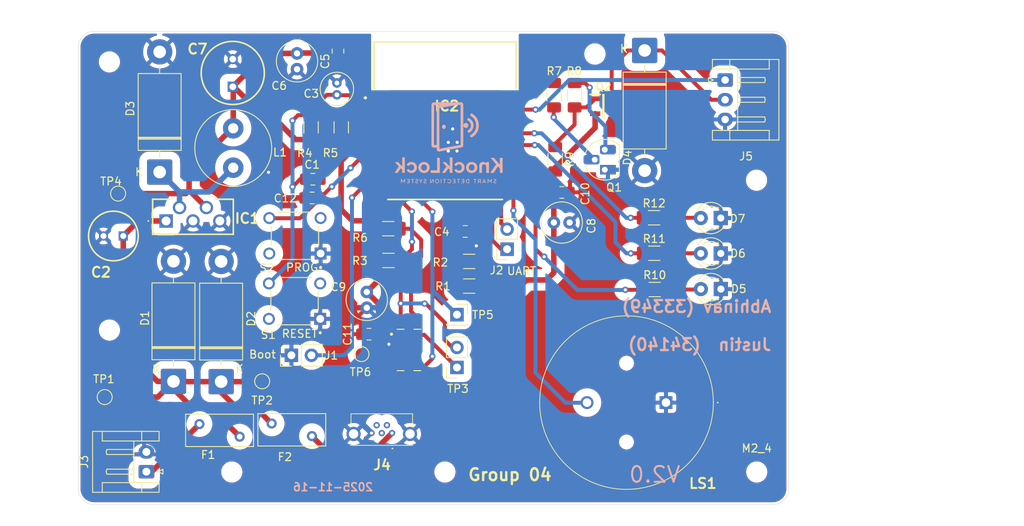
<source format=kicad_pcb>
(kicad_pcb (version 20241229) (generator "pcbnew") (generator_version "9.0")
  (title_block (title "KnockLock") (date "2025-11-16") (rev "V2.0") (company "HSRW") (comment 1 "Group 04") (comment 2 "Justin Julius Chin Cheong - 34140") (comment 3 "Abhinav Kothari - 33349"))
  (layers (0 "F.Cu" signal) (2 "B.Cu" signal) (13 "F.Paste" user) (15 "B.Paste" user) (5 "F.SilkS" user "F.Silkscreen") (7 "B.SilkS" user "B.Silkscreen") (1 "F.Mask" user) (3 "B.Mask" user) (25 "Edge.Cuts" user))
  (net 0 "")
  (net 1 "+5V")
  (net 2 "GND")
  (net 3 "+3.3V")
  (net 4 "BAT_V")
  (net 5 "MRESET")
  (net 6 "Net-(D3-K)")
  (net 7 "Net-(D4-K)")
  (net 8 "Net-(D5-A)")
  (net 9 "Net-(D6-A)")
  (net 10 "Net-(D7-A)")
  (net 11 "SDA")
  (net 12 "YLED")
  (net 13 "SERVO")
  (net 14 "RX")
  (net 15 "SCL")
  (net 16 "WAKE_INT")
  (net 17 "GLED")
  (net 18 "RLED")
  (net 19 "CONTROL")
  (net 20 "BUZZ")
  (net 21 "PROG")
  (net 23 "TX")
  (net 24 "BOOT")
  (net 32 "Net-(F2-Pad1)")
  (net 34 "Net-(Q1-B)")
  (net 35 "Net-(Q1-C)")
  (net 36 "Net-(Q2-G)")
  (net 40 "Net-(J3-Pin_1)")
  (footprint "SamacSys_Parts:CAPPRD350W65D800H1300" (layer "F.Cu") (at 124.122016 76.150747 90)
    (property "Reference" "C7")
    (property "Value" "330uF" (hide yes))
  )
  (footprint "SamacSys_Parts:ESP32C3WROOM02N4" (layer "F.Cu") (at 151.985 83.75)
    (property "Reference" "IC2")
    (property "Value" "ESP32-C3-WROOM-02-N4" (hide yes))
  )
  (footprint "Resistor_SMD:R_1206_3216Metric_Pad1.30x1.75mm_HandSolder" (layer "F.Cu") (at 154.075 98.3)
    (property "Reference" "R2")
    (property "Value" "6.8kOhms")
  )
  (footprint "Fuse:Fuse_BelFuse_0ZRE0012FF_L8.3mm_W3.8mm" (layer "F.Cu") (at 119.9 118.925)
    (property "Reference" "F1")
    (property "Value" "Polyfuse")
  )
  (footprint "MountingHole:MountingHole_2.2mm_M2_ISO7380" (layer "F.Cu") (at 108.5 73)
    (property "Reference" "M2_1" (hide yes))
    (property "Value" "MountingHole_2.2mm_M2_ISO7380_1")
  )
  (footprint "LED_THT:LED_D3.0mm" (layer "F.Cu") (at 185.9587 101.807 180)
    (property "Reference" "D5")
    (property "Value" "R-LED")
  )
  (footprint "Capacitor_SMD:C_0805_2012Metric_Pad1.18x1.45mm_HandSolder" (layer "F.Cu") (at 137.45 71.6375 90)
    (property "Reference" "C5")
    (property "Value" "0.1uF")
  )
  (footprint "MountingHole:MountingHole_2.2mm_M2_ISO7380" (layer "F.Cu") (at 124 125)
    (property "Reference" "M2_6" (hide yes))
    (property "Value" "MountingHole_2.2mm_M2_ISO7380_6")
  )
  (footprint "Fuse:Fuse_BelFuse_0ZRE0012FF_L8.3mm_W3.8mm" (layer "F.Cu") (at 134.15 120.45 180)
    (property "Reference" "F2")
    (property "Value" "Polyfuse")
  )
  (footprint "Diode_THT:D_DO-201AD_P15.24mm_Horizontal" (layer "F.Cu") (at 116.61 113.515 90)
    (property "Reference" "D1")
    (property "Value" "1N5908")
  )
  (footprint "SamacSys_Parts:SOT95P237X112-3N" (layer "F.Cu") (at 171.075 78.625)
    (property "Reference" "Q2")
    (property "Value" "IRLML6402TRPBF" (hide yes))
  )
  (footprint "TS02-66-60-BK-260-LCR-D:SW_TS02-66-60-BK-260-LCR-D" (layer "F.Cu") (at 132 95.05 180)
    (property "Reference" "S2")
    (property "Value" "Programming Button")
  )
  (footprint "MountingHole:MountingHole_2.2mm_M2_ISO7380" (layer "F.Cu") (at 190.5 125)
    (property "Reference" "M2_4")
    (property "Value" "MountingHole_2.2mm_M2_ISO7380_4")
  )
  (footprint "Resistor_SMD:R_1206_3216Metric_Pad1.30x1.75mm_HandSolder" (layer "F.Cu") (at 167.425 77.225 -90)
    (property "Reference" "R8")
    (property "Value" "100 Ohms" (hide yes))
  )
  (footprint "TestPoint:TestPoint_Pad_D1.5mm" (layer "F.Cu") (at 127.85 113.5)
    (property "Reference" "TP2")
    (property "Value" "TP_Ext")
  )
  (footprint "SamacSys_Parts:PKM22EPPH4001B0" (layer "F.Cu") (at 179 116.2 180)
    (property "Reference" "LS1")
    (property "Value" "PKM22EPPH4001-B0" (hide yes))
  )
  (footprint "Connector_PinSocket_2.54mm:PinSocket_1x01_P2.54mm_Vertical" (layer "F.Cu") (at 152.525 105.05)
    (property "Reference" "TP5")
    (property "Value" "TP_IMUINT")
  )
  (footprint "LED_THT:LED_D3.0mm" (layer "F.Cu") (at 185.9444 97.2878 180)
    (property "Reference" "D6")
    (property "Value" "Y-LED")
  )
  (footprint "Resistor_SMD:R_1206_3216Metric_Pad1.30x1.75mm_HandSolder" (layer "F.Cu") (at 143.825 94.15)
    (property "Reference" "R6")
    (property "Value" "4k7Ohms")
  )
  (footprint "Diode_THT:D_DO-201AD_P15.24mm_Horizontal" (layer "F.Cu") (at 122.65 113.545 90)
    (property "Reference" "D2")
    (property "Value" "1N5908")
  )
  (footprint "Diode_THT:D_DO-201AD_P15.24mm_Horizontal" (layer "F.Cu") (at 114.862016 86.970747 90)
    (property "Reference" "D3")
    (property "Value" "1N5822")
  )
  (footprint "Connector_PinSocket_2.54mm:PinSocket_1x02_P2.54mm_Vertical" (layer "F.Cu") (at 158.875 96.75 180)
    (property "Reference" "J2")
    (property "Value" "UART")
  )
  (footprint "Connector_JST:JST_EH_S3B-EH_1x03_P2.50mm_Horizontal" (layer "F.Cu") (at 186.4925 75.3 -90)
    (property "Reference" "J5")
    (property "Value" "TBP04R12-500-03BE")
  )
  (footprint "MountingHole:MountingHole_2.2mm_M2_ISO7380" (layer "F.Cu") (at 170 72)
    (property "Reference" "M2_2" (hide yes))
    (property "Value" "MountingHole_2.2mm_M2_ISO7380_2")
  )
  (footprint "Diode_THT:D_DO-201AD_P15.24mm_Horizontal" (layer "F.Cu") (at 176.3 71.55 -90)
    (property "Reference" "D4")
    (property "Value" "1N5822")
  )
  (footprint "ADXL345BCCZ-RL7:PQFN80P500X300X100-14N" (layer "F.Cu") (at 146.44 109.525)
    (property "Reference" "U1" (hide yes))
    (property "Value" "ADXL345BCCZ-RL7")
  )
  (footprint "Resistor_SMD:R_1206_3216Metric_Pad1.30x1.75mm_HandSolder" (layer "F.Cu") (at 177.497884 92.764053)
    (property "Reference" "R12")
    (property "Value" "27 Ohms")
  )
  (footprint "Capacitor_SMD:C_0805_2012Metric_Pad1.18x1.45mm_HandSolder" (layer "F.Cu") (at 165.8075 89.545 180)
    (property "Reference" "C10")
    (property "Value" "0.1uF")
  )
  (footprint "Resistor_SMD:R_1206_3216Metric_Pad1.30x1.75mm_HandSolder" (layer "F.Cu") (at 164.97 85.345 -90)
    (property "Reference" "R9")
    (property "Value" "100kOhms" (hide yes))
  )
  (footprint "SamacSys_Parts:USB3145301A" (layer "F.Cu") (at 143 119.845 180)
    (property "Reference" "J4")
    (property "Value" "Micro USB" (hide yes))
  )
  (footprint "LED_THT:LED_D3.0mm" (layer "F.Cu") (at 185.945 92.8 180)
    (property "Reference" "D7")
    (property "Value" "G-LED")
  )
  (footprint "Inductor_THT:L_Radial_D9.5mm_P5.00mm_Fastron_07HVP" (layer "F.Cu") (at 124.182016 86.420747 90)
    (property "Reference" "L1")
    (property "Value" "330uH")
  )
  (footprint "SamacSys_Parts:CAPPRD250W55D630H1220" (layer "F.Cu") (at 110.25 95.075 180)
    (property "Reference" "C2")
    (property "Value" "100uF")
  )
  (footprint "TestPoint:TestPoint_Pad_D1.5mm" (layer "F.Cu") (at 107.9 115.5 180)
    (property "Reference" "TP1")
    (property "Value" "TP_Bat")
  )
  (footprint "Resistor_SMD:R_1206_3216Metric_Pad1.30x1.75mm_HandSolder" (layer "F.Cu") (at 164.825 77.225 -90)
    (property "Reference" "R7")
    (property "Value" "10kOhms" (hide yes))
  )
  (footprint "Capacitor_THT:C_Radial_D4.0mm_H7.0mm_P1.50mm" (layer "F.Cu") (at 137.315 77.175 90)
    (property "Reference" "C3")
    (property "Value" "1uF")
  )
  (footprint "Resistor_SMD:R_1206_3216Metric_Pad1.30x1.75mm_HandSolder" (layer "F.Cu") (at 134.04 81.3 -90)
    (property "Reference" "R4")
    (property "Value" "10kOhms")
  )
  (footprint "Resistor_SMD:R_1206_3216Metric_Pad1.30x1.75mm_HandSolder" (layer "F.Cu") (at 177.522884 97.264053)
    (property "Reference" "R11")
    (property "Value" "27 Ohms")
  )
  (footprint "Resistor_SMD:R_1206_3216Metric_Pad1.30x1.75mm_HandSolder" (layer "F.Cu") (at 143.85 98.175)
    (property "Reference" "R3")
    (property "Value" "4k7Ohms")
  )
  (footprint "Capacitor_THT:C_Radial_D5.0mm_H11.0mm_P2.00mm" (layer "F.Cu") (at 166.795 93.37 180)
    (property "Reference" "C8")
    (property "Value" "10uF")
  )
  (footprint "Connector_PinHeader_2.54mm:PinHeader_1x02_P2.54mm_Vertical" (layer "F.Cu") (at 131.55 110.2 90)
    (property "Reference" "J1")
    (property "Value" "Boot Pins")
  )
  (footprint "Connector_PinSocket_2.54mm:PinSocket_1x02_P2.54mm_Vertical" (layer "F.Cu") (at 152.525 111.75 180)
    (property "Reference" "TP3")
    (property "Value" "TP_I2C")
  )
  (footprint "Package_TO_SOT_THT:TO-92_HandSolder" (layer "F.Cu") (at 171.245 86.67 90)
    (property "Reference" "Q1")
    (property "Value" "BC547B")
  )
  (footprint "Connector_JST:JST_EH_S2B-EH_1x02_P2.50mm_Horizontal" (layer "F.Cu") (at 113.18 124.96 90)
    (property "Reference" "J3")
    (property "Value" "Battery Port")
  )
  (footprint "Resistor_SMD:R_1206_3216Metric_Pad1.30x1.75mm_HandSolder" (layer "F.Cu") (at 154.075 101.425 180)
    (property "Reference" "R1")
    (property "Value" "10kOhms")
  )
  (footprint "MountingHole:MountingHole_2.2mm_M2_ISO7380" (layer "F.Cu") (at 108.5 107)
    (property "Reference" "M2_7" (hide yes))
    (property "Value" "MountingHole_2.2mm_M2_ISO7380_7")
  )
  (footprint "TestPoint:TestPoint_Pad_D1.5mm" (layer "F.Cu") (at 109.6 89.7)
    (property "Reference" "TP4")
    (property "Value" "TP_3.3V")
  )
  (footprint "Capacitor_SMD:C_0805_2012Metric_Pad1.18x1.45mm_HandSolder" (layer "F.Cu") (at 134.175 90.25)
    (property "Reference" "C12")
    (property "Value" "0.1uF")
  )
  (footprint "SamacSys_Parts:LM257533WT" (layer "F.Cu") (at 115.678016 93.170747)
    (property "Reference" "IC1")
    (property "Value" "LM2575-3.3WT" (hide yes))
  )
  (footprint "Capacitor_THT:C_Radial_D5.0mm_H11.0mm_P2.00mm" (layer "F.Cu") (at 132.265 73.925 90)
    (property "Reference" "C6")
    (property "Value" "10uF")
  )
  (footprint "MountingHole:MountingHole_2.2mm_M2_ISO7380" (layer "F.Cu") (at 190.475 88)
    (property "Reference" "M2_3" (hide yes))
    (property "Value" "MountingHole_2.2mm_M2_ISO7380_3")
  )
  (footprint "MountingHole:MountingHole_2.2mm_M2_ISO7380" (layer "F.Cu") (at 151 125)
    (property "Reference" "M2_5" (hide yes))
    (property "Value" "MountingHole_2.2mm_M2_ISO7380_5")
  )
  (footprint "Capacitor_THT:C_Radial_D5.0mm_H11.0mm_P2.00mm" (layer "F.Cu") (at 141.1 104.175 90)
    (property "Reference" "C9")
    (property "Value" "10uF")
  )
  (footprint "Capacitor_SMD:C_0805_2012Metric_Pad1.18x1.45mm_HandSolder" (layer "F.Cu") (at 153.575 94.5)
    (property "Reference" "C4")
    (property "Value" "0.1uF")
  )
  (footprint "Capacitor_SMD:C_0805_2012Metric_Pad1.18x1.45mm_HandSolder" (layer "F.Cu") (at 141.375 107.525)
    (property "Reference" "C11")
    (property "Value" "0.1uF")
  )
  (footprint "Capacitor_SMD:C_0805_2012Metric_Pad1.18x1.45mm_HandSolder" (layer "F.Cu") (at 134.265 87.875 180)
    (property "Reference" "C1")
    (property "Value" "0.1uF")
  )
  (footprint "TS02-66-60-BK-260-LCR-D:SW_TS02-66-60-BK-260-LCR-D" (layer "F.Cu") (at 131.95 103.3375 180)
    (property "Reference" "S1")
    (property "Value" "Reset Button")
  )
  (footprint "Resistor_SMD:R_1206_3216Metric_Pad1.30x1.75mm_HandSolder" (layer "F.Cu") (at 177.572884 101.864053)
    (property "Reference" "R10")
    (property "Value" "27 Ohms")
  )
  (footprint "Resistor_SMD:R_1206_3216Metric_Pad1.30x1.75mm_HandSolder" (layer "F.Cu") (at 137.865 81.3 90)
    (property "Reference" "R5")
    (property "Value" "10kOhms")
  )
  (footprint "TestPoint:TestPoint_Pad_D1.5mm" (layer "F.Cu") (at 140.425 110.05)
    (property "Reference" "TP6")
    (property "Value" "TP_IMUV" (hide yes))
  )
  (footprint "Logo:KnockLock_Logo_small" (layer "B.Cu") (at 151.5 84 180)
    (property "Reference" "G***" (hide yes))
    (property "Value" "LOGO" (hide yes))
  )
  (gr_line (start 192.541716 129.125147) (end 106.541716 129.125147) (stroke (width 0.05)) (layer "Edge.Cuts"))
  (gr_arc (start 192.541716 69.125147) (mid 193.95593 69.710933) (end 194.541716 71.125147) (stroke (width 0.05)) (layer "Edge.Cuts"))
  (gr_line (start 106.541716 69.125147) (end 192.541716 69.125147) (stroke (width 0.05)) (layer "Edge.Cuts"))
  (gr_arc (start 104.541716 71.125147) (mid 105.127502 69.710933) (end 106.541716 69.125147) (stroke (width 0.05)) (layer "Edge.Cuts"))
  (gr_arc (start 106.541716 129.125147) (mid 105.127502 128.539361) (end 104.541716 127.125147) (stroke (width 0.05)) (layer "Edge.Cuts"))
  (gr_line (start 104.541716 127.125147) (end 104.541716 71.125147) (stroke (width 0.05)) (layer "Edge.Cuts"))
  (gr_line (start 194.541716 71.125147) (end 194.541716 127.125147) (stroke (width 0.05)) (layer "Edge.Cuts"))
  (gr_arc (start 194.541716 127.125147) (mid 193.95593 128.539361) (end 192.541716 129.125147) (stroke (width 0.05)) (layer "Edge.Cuts"))
  (gr_text "Boot" (at 126.1 110.675 0) (layer "F.SilkS") (effects (font (size 1 1)) (justify left bottom)))
  (gr_text "UART" (at 158.775 100.1 0) (layer "F.SilkS") (effects (font (size 1 1)) (justify left bottom)))
  (gr_text "PROG" (at 130.775 99.65 0) (layer "F.SilkS") (effects (font (size 1 1)) (justify left bottom)))
  (gr_text "RESET" (at 130.25 108.05 0) (layer "F.SilkS") (effects (font (size 1 1)) (justify left bottom)))
  (gr_text "${COMMENT1}" (at 153.785 126.225 0) (layer "F.SilkS") (effects (font (size 1.5 1.5) (thickness 0.3) (bold yes)) (justify left bottom)))
  (gr_text "${PROJECTNAME} ${REVISION}\n" (at 182.5 126.5 0) (layer "B.SilkS") (effects (font (size 2 2) (thickness 0.25)) (justify left bottom mirror)))
  (gr_text "Abhinav (33349)\n\nJustin  (34140)" (at 192.496164 109.733012 0) (layer "B.SilkS") (effects (font (size 1.5 1.5) (thickness 0.3) (bold yes)) (justify left bottom mirror)))
  (gr_text "${ISSUE_DATE}" (at 142 127.5 0) (layer "B.SilkS") (effects (font (size 1 1) (thickness 0.2) (bold yes)) (justify left bottom mirror)))
  (segment (start 119.05 116.9) (end 116.61 114.46) (width 0.7) (layer "F.Cu") (net 1))
  (segment (start 126.9 116.725) (end 124.475 116.725) (width 0.7) (layer "F.Cu") (net 1))
  (segment (start 149.8 114.675) (end 150.95 115.825) (width 0.7) (layer "F.Cu") (net 1))
  (segment (start 164.795 87.07) (end 164.97 86.895) (width 0.7) (layer "F.Cu") (net 1))
  (segment (start 124.475 116.725) (end 122.65 114.9) (width 0.7) (layer "F.Cu") (net 1))
  (segment (start 114.59 113.515) (end 112 110.925) (width 0.7) (layer "F.Cu") (net 1))
  (segment (start 122.65 114.9) (end 122.65 113.545) (width 0.7) (layer "F.Cu") (net 1))
  (segment (start 122.65 113.545) (end 127.805 113.545) (width 0.7) (layer "F.Cu") (net 1))
  (segment (start 150.95 115.825) (end 155.15 115.825) (width 0.7) (layer "F.Cu") (net 1))
  (segment (start 164.97 86.895) (end 164.97 86.405) (width 0.7) (layer "F.Cu") (net 1))
  (segment (start 127.85 113.5) (end 129.025 114.675) (width 0.7) (layer "F.Cu") (net 1))
  (segment (start 161.35 100.65) (end 155.625 106.375) (width 0.7) (layer "F.Cu") (net 1))
  (segment (start 116.61 114.46) (end 116.61 113.515) (width 0.7) (layer "F.Cu") (net 1))
  (segment (start 155.15 115.825) (end 155.625 115.35) (width 0.7) (layer "F.Cu") (net 1))
  (segment (start 164.845 93.42) (end 164.795 93.37) (width 0.7) (layer "F.Cu") (net 1))
  (segment (start 112 102) (end 110.25 100.25) (width 0.7) (layer "F.Cu") (net 1))
  (segment (start 155.625 106.375) (end 155.625 101.425) (width 0.7) (layer "F.Cu") (net 1))
  (segment (start 163.875 100.65) (end 161.35 100.65) (width 0.7) (layer "F.Cu") (net 1))
  (segment (start 129.025 118.85) (end 126.9 116.725) (width 0.7) (layer "F.Cu") (net 1))
  (segment (start 112 110.925) (end 112 102) (width 0.7) (layer "F.Cu") (net 1))
  (segment (start 129.05 118.85) (end 129.025 118.85) (width 0.7) (layer "F.Cu") (net 1))
  (segment (start 114.625 115.5) (end 116.61 113.515) (width 0.7) (layer "F.Cu") (net 1))
  (segment (start 110.25 100.25) (end 110.25 95.075) (width 0.7) (layer "F.Cu") (net 1))
  (segment (start 116.61 113.515) (end 114.59 113.515) (width 0.7) (layer "F.Cu") (net 1))
  (segment (start 164.97 86.405) (end 170.025 81.35) (width 0.7) (layer "F.Cu") (net 1))
  (segment (start 155.625 115.35) (end 155.625 106.375) (width 0.7) (layer "F.Cu") (net 1))
  (segment (start 164.795 99.73) (end 163.875 100.65) (width 0.7) (layer "F.Cu") (net 1))
  (segment (start 122.65 113.545) (end 116.64 113.545) (width 0.7) (layer "F.Cu") (net 1))
  (segment (start 110.25 95.075) (end 112.154253 93.170747) (width 0.7) (layer "F.Cu") (net 1))
  (segment (start 125 120.525) (end 121.375 116.9) (width 0.7) (layer "F.Cu") (net 1))
  (segment (start 110.172716 95.152284) (end 110.25 95.075) (width 0.7) (layer "F.Cu") (net 1))
  (segment (start 164.795 93.37) (end 164.795 99.73) (width 0.7) (layer "F.Cu") (net 1))
  (segment (start 164.795 93.37) (end 164.795 87.07) (width 0.7) (layer "F.Cu") (net 1))
  (segment (start 112.154253 93.170747) (end 115.678016 93.170747) (width 0.7) (layer "F.Cu") (net 1))
  (segment (start 127.805 113.545) (end 127.85 113.5) (width 0.7) (layer "F.Cu") (net 1))
  (segment (start 129.025 114.675) (end 149.8 114.675) (width 0.7) (layer "F.Cu") (net 1))
  (segment (start 121.375 116.9) (end 119.05 116.9) (width 0.7) (layer "F.Cu") (net 1))
  (segment (start 170.025 81.35) (end 170.025 79.575) (width 0.7) (layer "F.Cu") (net 1))
  (segment (start 122.65 113.545) (end 122.65 113.8173) (width 0.7) (layer "F.Cu") (net 1))
  (segment (start 107.9 115.5) (end 114.625 115.5) (width 0.7) (layer "F.Cu") (net 1))
  (segment (start 115.432269 92.925) (end 115.678016 93.170747) (width 0.7) (layer "F.Cu") (net 1))
  (segment (start 144.375 108.325) (end 145.43 108.325) (width 0.5) (layer "F.Cu") (net 2))
  (segment (start 152.535 84.3) (end 153.085 84.85) (width 0.5) (layer "F.Cu") (net 2))
  (segment (start 145.43 109.925) (end 144.663 109.925) (width 0.5) (layer "F.Cu") (net 2))
  (segment (start 152.585 82.15) (end 151.985 82.15) (width 0.5) (layer "F.Cu") (net 2))
  (segment (start 151.985 82.15) (end 151.985 81.51) (width 0.5) (layer "F.Cu") (net 2))
  (segment (start 152.55 83.2) (end 152.6 83.25) (width 0.5) (layer "F.Cu") (net 2))
  (segment (start 150.885 83.75) (end 151.425 83.21) (width 0.5) (layer "F.Cu") (net 2))
  (segment (start 152.525 84.29) (end 152.525 84.3) (width 0.5) (layer "F.Cu") (net 2))
  (segment (start 150.885 82.65) (end 150.885 82.59) (width 0.5) (layer "F.Cu") (net 2))
  (segment (start 151.425 83.2) (end 151.435 83.2) (width 0.5) (layer "F.Cu") (net 2))
  (segment (start 151.975 81.5) (end 151.975 81.54) (width 0.5) (layer "F.Cu") (net 2))
  (segment (start 152.6 83.265) (end 153.085 83.75) (width 0.5) (layer "F.Cu") (net 2))
  (segment (start 150.885 83.75) (end 153.085 83.75) (width 0.5) (layer "F.Cu") (net 2))
  (segment (start 151.975 81.54) (end 153.085 82.65) (width 0.5) (layer "F.Cu") (net 2))
  (segment (start 152.6 83.25) (end 152.6 83.265) (width 0.5) (layer "F.Cu") (net 2))
  (segment (start 151.425 84.3) (end 151.41 84.315) (width 0.5) (layer "F.Cu") (net 2))
  (segment (start 141.1 104.175) (end 139.35 104.175) (width 0.7) (layer "F.Cu") (net 2))
  (segment (start 153.085 82.65) (end 152.585 82.15) (width 0.5) (layer "F.Cu") (net 2))
  (segment (start 144.663 109.925) (end 143.9 109.162) (width 0.5) (layer "F.Cu") (net 2))
  (segment (start 150.885 84.85) (end 150.885 82.65) (width 0.5) (layer "F.Cu") (net 2))
  (segment (start 147.45 108.325) (end 147.399 108.376) (width 0.5) (layer "F.Cu") (net 2))
  (segment (start 150.885 82.59) (end 151.975 81.5) (width 0.5) (layer "F.Cu") (net 2))
  (segment (start 151.425 83.21) (end 151.425 83.2) (width 0.5) (layer "F.Cu") (net 2))
  (segment (start 133.1375 90.25) (end 130.675 90.25) (width 0.7) (layer "F.Cu") (net 2))
  (segment (start 151.985 81.51) (end 151.975 81.5) (width 0.5) (layer "F.Cu") (net 2))
  (segment (start 147.399 108.376) (end 145.481 108.376) (width 0.5) (layer "F.Cu") (net 2))
  (segment (start 151.985 82.65) (end 151.985 84.85) (width 0.5) (layer "F.Cu") (net 2))
  (segment (start 153.085 82.65) (end 153.085 84.85) (width 0.5) (layer "F.Cu") (net 2))
  (segment (start 141.7 120.065) (end 140.025 118.39) (width 0.7) (layer "F.Cu") (net 2))
  (segment (start 151.485 82.65) (end 151.985 82.15) (width 0.5) (layer "F.Cu") (net 2))
  (segment (start 135.3025 87.875) (end 135.3025 86.475) (width 0.7) (layer "F.Cu") (net 2))
  (segment (start 150.885 82.65) (end 152.525 84.29) (width 0.5) (layer "F.Cu") (net 2))
  (segment (start 151.435 84.3) (end 153.085 82.65) (width 0.5) (layer "F.Cu") (net 2))
  (segment (start 153.085 83.75) (end 151.985 84.85) (width 0.5) (layer "F.Cu") (net 2))
  (segment (start 143.9 109.162) (end 143.9 108.8) (width 0.5) (layer "F.Cu") (net 2))
  (segment (start 140.025 118.39) (end 140.025 118.275) (width 0.7) (layer "F.Cu") (net 2))
  (segment (start 151.41 84.315) (end 151.41 84.325) (width 0.5) (layer "F.Cu") (net 2))
  (segment (start 151.985 84.85) (end 150.885 83.75) (width 0.5) (layer "F.Cu") (net 2))
  (segment (start 145.43 110.725) (end 145.43 109.925) (width 0.5) (layer "F.Cu") (net 2))
  (segment (start 143.9 108.8) (end 144.375 108.325) (width 0.5) (layer "F.Cu") (net 2))
  (segment (start 152.515 83.165) (end 152.5 83.165) (width 0.5) (layer "F.Cu") (net 2))
  (segment (start 152.5 83.165) (end 151.985 82.65) (width 0.5) (layer "F.Cu") (net 2))
  (segment (start 152.55 83.2) (end 152.515 83.165) (width 0.5) (layer "F.Cu") (net 2))
  (segment (start 151.985 82.65) (end 151.985 82.15) (width 0.5) (layer "F.Cu") (net 2))
  (segment (start 151.435 83.2) (end 151.985 82.65) (width 0.5) (layer "F.Cu") (net 2))
  (segment (start 145.481 108.376) (end 145.43 108.325) (width 0.5) (layer "F.Cu") (net 2))
  (segment (start 152.525 84.3) (end 152.535 84.3) (width 0.5) (layer "F.Cu") (net 2))
  (segment (start 176.184016 87.193647) (end 176.184016 86.340984) (width 0.5) (layer "F.Cu") (net 2))
  (segment (start 151.425 84.3) (end 151.435 84.3) (width 0.5) (layer "F.Cu") (net 2))
  (segment (start 150.885 82.65) (end 151.485 82.65) (width 0.5) (layer "F.Cu") (net 2))
  (segment (start 150.885 82.65) (end 153.085 82.65) (width 0.5) (layer "F.Cu") (net 2))
  (segment (start 153.085 84.85) (end 150.885 84.85) (width 0.5) (layer "F.Cu") (net 2))
  (segment (start 151.41 84.325) (end 150.885 84.85) (width 0.5) (layer "F.Cu") (net 2))
  (via (at 151.425 84.3) (size 0.8) (drill 0.4) (layers "F.Cu" "B.Cu") (net 2))
  (via (at 151.975 81.5) (size 0.8) (drill 0.4) (layers "F.Cu" "B.Cu") (net 2))
  (via (at 151.425 83.2) (size 0.8) (drill 0.4) (layers "F.Cu" "B.Cu") (net 2))
  (via (at 154.975 96.325) (size 0.8) (drill 0.4) (layers "F.Cu" "B.Cu") (net 2))
  (via (at 152.55 83.2) (size 0.8) (drill 0.4) (layers "F.Cu" "B.Cu") (net 2))
  (via (at 143.9 108.8) (size 0.8) (drill 0.4) (layers "F.Cu" "B.Cu") (net 2))
  (via (at 128.65 87) (size 0.8) (drill 0.4) (layers "F.Cu" "B.Cu") (net 2))
  (via (at 152.525 84.3) (size 0.8) (drill 0.4) (layers "F.Cu" "B.Cu") (net 2))
  (segment (start 140.35 118.715) (end 140.35 118.675) (width 0.7) (layer "B.Cu") (net 2))
  (segment (start 141.1 104.175) (end 143 104.175) (width 0.7) (layer "B.Cu") (net 2))
  (segment (start 141.7 120.065) (end 140.35 118.715) (width 0.7) (layer "B.Cu") (net 2))
  (segment (start 140.225 72.3) (end 140.225 76.325) (width 0.7) (layer "F.Cu") (net 3))
  (segment (start 139.275 93.15) (end 141.275 93.15) (width 0.7) (layer "F.Cu") (net 3))
  (segment (start 142.4185 107.519) (end 145.43 107.519) (width 0.7) (layer "F.Cu") (net 3))
  (segment (start 128.065 78.825) (end 132.09 82.85) (width 0.7) (layer "F.Cu") (net 3))
  (segment (start 128.347763 71.925) (end 132.265 71.925) (width 0.7) (layer "F.Cu") (net 3))
  (segment (start 143.894 110.956) (end 144.469 111.531) (width 0.7) (layer "F.Cu") (net 3))
  (segment (start 132.09 82.85) (end 134.04 82.85) (width 0.7) (layer "F.Cu") (net 3))
  (segment (start 136.09 70.6) (end 137.45 70.6) (width 0.7) (layer "F.Cu") (net 3))
  (segment (start 132.315 71.875) (end 134.815 71.875) (width 0.7) (layer "F.Cu") (net 3))
  (segment (start 124.182016 81.420747) (end 124.182016 76.210747) (width 0.7) (layer "F.Cu") (net 3))
  (segment (start 142.6 103.675) (end 142.6 107.3375) (width 0.7) (layer "F.Cu") (net 3))
  (segment (start 118.59 86.885) (end 118.59 89.275731) (width 0.7) (layer "F.Cu") (net 3))
  (segment (start 145.434 111.535) (end 145.43 111.531) (width 0.7) (layer "F.Cu") (net 3))
  (segment (start 142.4125 109.4745) (end 143.4065 110.4685) (width 0.7) (layer "F.Cu") (net 3))
  (segment (start 142.988 110.05) (end 143.894 110.956) (width 0.7) (layer "F.Cu") (net 3))
  (segment (start 146.44 111.535) (end 145.434 111.535) (width 0.7) (layer "F.Cu") (net 3))
  (segment (start 137.45 70.6) (end 138.525 70.6) (width 0.7) (layer "F.Cu") (net 3))
  (segment (start 124.182016 81.420747) (end 124.054253 81.420747) (width 0.7) (layer "F.Cu") (net 3))
  (segment (start 124.054253 81.420747) (end 118.59 86.885) (width 0.7) (layer "F.Cu") (net 3))
  (segment (start 142.4125 107.525) (end 142.4125 109.4745) (width 0.7) (layer "F.Cu") (net 3))
  (segment (start 141.1 102.175) (end 142.6 103.675) (width 0.7) (layer "F.Cu") (net 3))
  (segment (start 143.4065 110.4685) (end 143.894 110.956) (width 0.7) (layer "F.Cu") (net 3))
  (segment (start 141.45 77.55) (end 142.275 77.55) (width 0.7) (layer "F.Cu") (net 3))
  (segment (start 138.525 70.6) (end 140.225 72.3) (width 0.7) (layer "F.Cu") (net 3))
  (segment (start 132.265 71.925) (end 132.315 71.875) (width 0.7) (layer "F.Cu") (net 3))
  (segment (start 141.275 93.15) (end 142.275 94.15) (width 0.7) (layer "F.Cu") (net 3))
  (segment (start 140.425 110.05) (end 142.988 110.05) (width 0.7) (layer "F.Cu") (net 3))
  (segment (start 142.3 100.975) (end 141.1 102.175) (width 0.7) (layer "F.Cu") (net 3))
  (segment (start 124.122016 76.150747) (end 124.250747 76.150747) (width 0.7) (layer "F.Cu") (net 3))
  (segment (start 124.182016 76.210747) (end 124.122016 76.150747) (width 0.7) (layer "F.Cu") (net 3))
  (segment (start 144.469 111.531) (end 145.43 111.531) (width 0.7) (layer "F.Cu") (net 3))
  (segment (start 137.85 91.725) (end 139.275 93.15) (width 0.7) (layer "F.Cu") (net 3))
  (segment (start 142.4125 107.525) (end 142.4185 107.519) (width 0.7) (layer "F.Cu") (net 3))
  (segment (start 118.165731 89.7) (end 118.59 89.275731) (width 0.7) (layer "F.Cu") (net 3))
  (segment (start 142.3 98.175) (end 142.3 100.975) (width 0.7) (layer "F.Cu") (net 3))
  (segment (start 142.6 107.3375) (end 142.4125 107.525) (width 0.7) (layer "F.Cu") (net 3))
  (segment (start 142.275 98.15) (end 142.25 98.175) (width 0.7) (layer "F.Cu") (net 3))
  (segment (start 124.122016 76.150747) (end 128.347763 71.925) (width 0.7) (layer "F.Cu") (net 3))
  (segment (start 138.65 83.635) (end 138.65 84.775) (width 0.7) (layer "F.Cu") (net 3))
  (segment (start 142.275 94.15) (end 142.275 98.15) (width 0.7) (layer "F.Cu") (net 3))
  (segment (start 138.65 84.775) (end 137.85 85.575) (width 0.7) (layer "F.Cu") (net 3))
  (segment (start 124.250747 76.150747) (end 126.925 78.825) (width 0.7) (layer "F.Cu") (net 3))
  (segment (start 140.225 76.325) (end 141.45 77.55) (width 0.7) (layer "F.Cu") (net 3))
  (segment (start 118.59 89.275731) (end 120.783016 91.468747) (width 0.7) (layer "F.Cu") (net 3))
  (segment (start 137.865 82.85) (end 138.65 83.635) (width 0.7) (layer "F.Cu") (net 3))
  (segment (start 134.815 71.875) (end 136.09 70.6) (width 0.7) (layer "F.Cu") (net 3))
  (segment (start 134.04 82.85) (end 137.865 82.85) (width 0.7) (layer "F.Cu") (net 3))
  (segment (start 109.9 89.7) (end 118.165731 89.7) (width 0.7) (layer "F.Cu") (net 3))
  (segment (start 137.85 85.575) (end 137.85 91.725) (width 0.7) (layer "F.Cu") (net 3))
  (segment (start 126.925 78.825) (end 128.065 78.825) (width 0.7) (layer "F.Cu") (net 3))
  (segment (start 156.4 82.275) (end 156.4 86.3) (width 0.7) (layer "F.Cu") (net 4))
  (segment (start 152.525 90.175) (end 152.525 98.3) (width 0.7) (layer "F.Cu") (net 4))
  (segment (start 152.525 98.3) (end 152.525 101.7625) (width 0.7) (layer "F.Cu") (net 4))
  (segment (start 152.525 101.7625) (end 152.5875 101.825) (width 0.7) (layer "F.Cu") (net 4))
  (segment (start 156.4 86.3) (end 152.525 90.175) (width 0.7) (layer "F.Cu") (net 4))
  (segment (start 158.125 80.55) (end 156.4 82.275) (width 0.7) (layer "F.Cu") (net 4))
  (segment (start 159.775 80.55) (end 158.125 80.55) (width 0.7) (layer "F.Cu") (net 4))
  (segment (start 132.74 87.8) (end 133.1525 87.8) (width 0.5) (layer "F.Cu") (net 5))
  (segment (start 140.75 79.05) (end 142.275 79.05) (width 0.5) (layer "F.Cu") (net 5))
  (segment (start 136.04 77.175) (end 134.04 79.175) (width 0.5) (layer "F.Cu") (net 5))
  (segment (start 137.315 77.175) (end 136.04 77.175) (width 0.5) (layer "F.Cu") (net 5))
  (segment (start 138.925 77.225) (end 140.75 79.05) (width 0.5) (layer "F.Cu") (net 5))
  (segment (start 137.365 77.225) (end 138.925 77.225) (width 0.5) (layer "F.Cu") (net 5))
  (segment (start 131.69 88.85) (end 132.74 87.8) (width 0.5) (layer "F.Cu") (net 5))
  (segment (start 137.315 77.175) (end 137.365 77.225) (width 0.5) (layer "F.Cu") (net 5))
  (segment (start 131.69 80.45) (end 132.39 79.75) (width 0.5) (layer "F.Cu") (net 5))
  (segment (start 134.04 79.175) (end 134.04 79.75) (width 0.5) (layer "F.Cu") (net 5))
  (segment (start 133.1525 87.8) (end 133.2275 87.875) (width 0.5) (layer "F.Cu") (net 5))
  (segment (start 132.39 79.75) (end 134.04 79.75) (width 0.5) (layer "F.Cu") (net 5))
  (via (at 131.69 80.45) (size 0.8) (drill 0.4) (layers "F.Cu" "B.Cu") (net 5))
  (via (at 131.69 88.85) (size 0.8) (drill 0.4) (layers "F.Cu" "B.Cu") (net 5))
  (segment (start 131.69 98.0975) (end 128.7 101.0875) (width 0.5) (layer "B.Cu") (net 5))
  (segment (start 131.69 88.85) (end 131.69 98.0975) (width 0.5) (layer "B.Cu") (net 5))
  (segment (start 131.69 88.85) (end 131.69 80.45) (width 0.5) (layer "B.Cu") (net 5))
  (segment (start 117.380016 91.468747) (end 117.380016 89.488747) (width 0.7) (layer "B.Cu") (net 6))
  (segment (start 117.380016 89.488747) (end 114.862016 86.970747) (width 0.7) (layer "B.Cu") (net 6))
  (segment (start 114.862016 86.970747) (end 114.862016 86.997016) (width 0.7) (layer "B.Cu") (net 6))
  (segment (start 121.114016 89.488747) (end 124.182016 86.420747) (width 0.7) (layer "B.Cu") (net 6))
  (segment (start 124.182016 86.742016) (end 124.29 86.85) (width 0.7) (layer "B.Cu") (net 6))
  (segment (start 124.182016 86.420747) (end 124.182016 86.742016) (width 0.7) (layer "B.Cu") (net 6))
  (segment (start 117.380016 89.488747) (end 121.114016 89.488747) (width 0.7) (layer "B.Cu") (net 6))
  (segment (start 184.75 77.8) (end 186.4925 77.8) (width 0.5) (layer "F.Cu") (net 7))
  (segment (start 178.5 71.55) (end 184.75 77.8) (width 0.5) (layer "F.Cu") (net 7))
  (segment (start 176.3 71.55) (end 178.5 71.55) (width 0.5) (layer "F.Cu") (net 7))
  (segment (start 172.125 73.625) (end 174.125 71.625) (width 0.5) (layer "F.Cu") (net 7))
  (segment (start 174.125 71.55) (end 176.3 71.55) (width 0.5) (layer "F.Cu") (net 7))
  (segment (start 172.125 78.625) (end 172.125 73.625) (width 0.5) (layer "F.Cu") (net 7))
  (segment (start 174.125 71.625) (end 174.125 71.55) (width 0.5) (layer "F.Cu") (net 7))
  (segment (start 179.122884 101.864053) (end 183.361647 101.864053) (width 0.5) (layer "F.Cu") (net 8))
  (segment (start 183.361647 101.864053) (end 183.4187 101.807) (width 0.5) (layer "F.Cu") (net 8))
  (segment (start 183.380653 97.264053) (end 183.4044 97.2878) (width 0.5) (layer "F.Cu") (net 9))
  (segment (start 179.072884 97.264053) (end 183.380653 97.264053) (width 0.5) (layer "F.Cu") (net 9))
  (segment (start 183.369053 92.764053) (end 183.405 92.8) (width 0.5) (layer "F.Cu") (net 10))
  (segment (start 179.047884 92.764053) (end 183.369053 92.764053) (width 0.5) (layer "F.Cu") (net 10))
  (segment (start 146.7 104.625) (end 146.7 98.975) (width 0.5) (layer "F.Cu") (net 11))
  (segment (start 143.65 83.55) (end 142.275 83.55) (width 0.5) (layer "F.Cu") (net 11))
  (segment (start 144.55 84.45) (end 143.65 83.55) (width 0.5) (layer "F.Cu") (net 11))
  (segment (start 147.45 107.525) (end 147.544 107.619) (width 0.5) (layer "F.Cu") (net 11))
  (segment (start 144.55 93.325) (end 144.55 84.45) (width 0.5) (layer "F.Cu") (net 11))
  (segment (start 147.45 107.525) (end 147.45 105.375) (width 0.5) (layer "F.Cu") (net 11))
  (segment (start 147.9875 97.6875) (end 147.9875 95.5625) (width 0.5) (layer "F.Cu") (net 11))
  (segment (start 147.9875 95.5625) (end 146.575 94.15) (width 0.5) (layer "F.Cu") (net 11))
  (segment (start 147.544 107.619) (end 148.394 107.619) (width 0.5) (layer "F.Cu") (net 11))
  (segment (start 147.45 105.375) (end 146.7 104.625) (width 0.5) (layer "F.Cu") (net 11))
  (segment (start 146.7 98.975) (end 147.9875 97.6875) (width 0.5) (layer "F.Cu") (net 11))
  (segment (start 145.375 94.15) (end 144.55 93.325) (width 0.5) (layer "F.Cu") (net 11))
  (segment (start 148.394 107.619) (end 152.525 111.75) (width 0.5) (layer "F.Cu") (net 11))
  (segment (start 146.575 94.15) (end 145.375 94.15) (width 0.5) (layer "F.Cu") (net 11))
  (segment (start 175.961937 97.275) (end 175.972884 97.264053) (width 0.5) (layer "F.Cu") (net 12))
  (segment (start 174.545 97.275) (end 175.961937 97.275) (width 0.5) (layer "F.Cu") (net 12))
  (segment (start 159.775 83.55) (end 162.375 83.55) (width 0.5) (layer "F.Cu") (net 12))
  (via (at 162.375 83.55) (size 0.8) (drill 0.4) (layers "F.Cu" "B.Cu") (net 12))
  (via (at 174.545 97.275) (size 0.8) (drill 0.4) (layers "F.Cu" "B.Cu") (net 12))
  (segment (start 174 97.275) (end 174.545 97.275) (width 0.5) (layer "B.Cu") (net 12))
  (segment (start 172.6 93.3) (end 172.6 95.875) (width 0.5) (layer "B.Cu") (net 12))
  (segment (start 162.375 83.55) (end 162.85 83.55) (width 0.5) (layer "B.Cu") (net 12))
  (segment (start 172.6 95.875) (end 174 97.275) (width 0.5) (layer "B.Cu") (net 12))
  (segment (start 162.85 83.55) (end 172.6 93.3) (width 0.5) (layer "B.Cu") (net 12))
  (segment (start 163.725 75.675) (end 164.825 75.675) (width 0.5) (layer "F.Cu") (net 13))
  (segment (start 159.775 77.425) (end 159.775 77.55) (width 0.5) (layer "F.Cu") (net 13))
  (segment (start 161.85 77.55) (end 163.725 75.675) (width 0.5) (layer "F.Cu") (net 13))
  (segment (start 159.775 77.55) (end 161.85 77.55) (width 0.5) (layer "F.Cu") (net 13))
  (segment (start 159.775 77.55) (end 159.9 77.425) (width 0.5) (layer "F.Cu") (net 13))
  (segment (start 164.175 75.675) (end 164.825 75.675) (width 0.5) (layer "F.Cu") (net 13))
  (segment (start 158.125 89.198) (end 159.273 88.05) (width 0.5) (layer "F.Cu") (net 14))
  (segment (start 158.875 94.21) (end 158.125 93.46) (width 0.5) (layer "F.Cu") (net 14))
  (segment (start 159.273 88.05) (end 159.775 88.05) (width 0.5) (layer "F.Cu") (net 14))
  (segment (start 158.125 93.46) (end 158.125 89.198) (width 0.5) (layer "F.Cu") (net 14))
  (segment (start 146.825 95.8) (end 146.825 96.75) (width 0.5) (layer "F.Cu") (net 15))
  (segment (start 145.825 90.99) (end 145.825 84.225) (width 0.5) (layer "F.Cu") (net 15))
  (segment (start 146.825 96.75) (end 145.4 98.175) (width 0.5) (layer "F.Cu") (net 15))
  (segment (start 151.025 108.275) (end 151 108.25) (width 0.5) (layer "F.Cu") (net 15))
  (segment (start 151 108.25) (end 151 106.075) (width 0.5) (layer "F.Cu") (net 15))
  (segment (start 148.575 103.65) (end 148.425 103.65) (width 0.5) (layer "F.Cu") (net 15))
  (segment (start 146.44 107.515) (end 146.44 106.19) (width 0.5) (layer "F.Cu") (net 15))
  (segment (start 152.525 109.21) (end 151.935 109.21) (width 0.5) (layer "F.Cu") (net 15))
  (segment (start 145.4 98.175) (end 145.35 98.175) (width 0.5) (layer "F.Cu") (net 15))
  (segment (start 151 106.075) (end 148.575 103.65) (width 0.5) (layer "F.Cu") (net 15))
  (segment (start 143.65 82.05) (end 142.275 82.05) (width 0.5) (layer "F.Cu") (net 15))
  (segment (start 145.4 105.15) (end 145.4 103.625) (width 0.5) (layer "F.Cu") (net 15))
  (segment (start 151.935 109.21) (end 151.025 108.3) (width 0.5) (layer "F.Cu") (net 15))
  (segment (start 146.81 91.975) (end 145.825 90.99) (width 0.5) (layer "F.Cu") (net 15))
  (segment (start 145.4 103.625) (end 145.4 98.175) (width 0.5) (layer "F.Cu") (net 15))
  (segment (start 151.025 108.3) (end 151.025 108.275) (width 0.5) (layer "F.Cu") (net 15))
  (segment (start 146.44 106.19) (end 145.4 105.15) (width 0.5) (layer "F.Cu") (net 15))
  (segment (start 145.825 84.225) (end 143.65 82.05) (width 0.5) (layer "F.Cu") (net 15))
  (segment (start 148.425 103.65) (end 148.49 103.65) (width 0.5) (layer "F.Cu") (net 15))
  (via (at 146.825 95.8) (size 0.8) (drill 0.4) (layers "F.Cu" "B.Cu") (net 15))
  (via (at 145.4 103.625) (size 0.8) (drill 0.4) (layers "F.Cu" "B.Cu") (net 15))
  (via (at 148.425 103.65) (size 0.8) (drill 0.4) (layers "F.Cu" "B.Cu") (net 15))
  (via (at 146.81 91.975) (size 0.8) (drill 0.4) (layers "F.Cu" "B.Cu") (net 15))
  (segment (start 148.4 103.625) (end 148.425 103.65) (width 0.5) (layer "B.Cu") (net 15))
  (segment (start 145.4 103.625) (end 148.4 103.625) (width 0.5) (layer "B.Cu") (net 15))
  (segment (start 146.825 95.8) (end 146.825 91.99) (width 0.5) (layer "B.Cu") (net 15))
  (segment (start 146.825 91.99) (end 146.81 91.975) (width 0.5) (layer "B.Cu") (net 15))
  (segment (start 143.635 80.55) (end 147.075 83.99) (width 0.5) (layer "F.Cu") (net 16))
  (segment (start 142.275 80.55) (end 143.635 80.55) (width 0.5) (layer "F.Cu") (net 16))
  (segment (start 149.41 110.615) (end 149.41 110.335) (width 0.5) (layer "F.Cu") (net 16))
  (segment (start 147.075 83.99) (end 147.075 89.665) (width 0.5) (layer "F.Cu") (net 16))
  (segment (start 147.075 89.665) (end 149.41 92) (width 0.5) (layer "F.Cu") (net 16))
  (segment (start 148.5 111.525) (end 149.41 110.615) (width 0.5) (layer "F.Cu") (net 16))
  (segment (start 148.5 111.525) (end 147.45 111.525) (width 0.5) (layer "F.Cu") (net 16))
  (segment (start 149.41 110.335) (end 149.41 110.035) (width 0.5) (layer "F.Cu") (net 16))
  (via (at 149.41 92) (size 0.8) (drill 0.4) (layers "F.Cu" "B.Cu") (net 16))
  (via (at 149.41 110.335) (size 0.8) (drill 0.4) (layers "F.Cu" "B.Cu") (net 16))
  (segment (start 149.41 110.335) (end 149.41 99.575) (width 0.5) (layer "B.Cu") (net 16))
  (segment (start 149.41 101.935) (end 149.41 92) (width 0.5) (layer "B.Cu") (net 16))
  (segment (start 152.525 105.05) (end 149.41 101.935) (width 0.5) (layer "B.Cu") (net 16))
  (segment (start 174.530947 92.764053) (end 174.52 92.775) (width 0.5) (layer "F.Cu") (net 17))
  (segment (start 159.775 82.05) (end 162.325 82.05) (width 0.5) (layer "F.Cu") (net 17))
  (segment (start 175.947884 92.764053) (end 174.530947 92.764053) (width 0.5) (layer "F.Cu") (net 17))
  (via (at 162.325 82.05) (size 0.8) (drill 0.4) (layers "F.Cu" "B.Cu") (net 17))
  (via (at 174.52 92.775) (size 0.8) (drill 0.4) (layers "F.Cu" "B.Cu") (net 17))
  (segment (start 173.975 92.775) (end 174.52 92.775) (width 0.5) (layer "B.Cu") (net 17))
  (segment (start 162.325 82.05) (end 163.25 82.05) (width 0.5) (layer "B.Cu") (net 17))
  (segment (start 163.25 82.05) (end 173.975 92.775) (width 0.5) (layer "B.Cu") (net 17))
  (segment (start 173.85 101.9) (end 175.986937 101.9) (width 0.5) (layer "F.Cu") (net 18))
  (segment (start 163.575 97.7) (end 163.45 97.7) (width 0.5) (layer "F.Cu") (net 18))
  (segment (start 160.975 85.05) (end 159.775 85.05) (width 0.5) (layer "F.Cu") (net 18))
  (segment (start 175.986937 101.9) (end 176.022884 101.864053) (width 0.5) (layer "F.Cu") (net 18))
  (segment (start 163.45 97.7) (end 162.475 96.725) (width 0.5) (layer "F.Cu") (net 18))
  (segment (start 162.475 86.55) (end 160.975 85.05) (width 0.5) (layer "F.Cu") (net 18))
  (segment (start 162.475 96.725) (end 162.475 86.55) (width 0.5) (layer "F.Cu") (net 18))
  (via (at 173.85 101.9) (size 0.8) (drill 0.4) (layers "F.Cu" "B.Cu") (net 18))
  (via (at 163.575 97.7) (size 0.8) (drill 0.4) (layers "F.Cu" "B.Cu") (net 18))
  (segment (start 167.775 101.925) (end 163.575 97.725) (width 0.5) (layer "B.Cu") (net 18))
  (segment (start 173.85 101.9) (end 173.825 101.925) (width 0.5) (layer "B.Cu") (net 18))
  (segment (start 163.575 97.725) (end 163.575 97.7) (width 0.5) (layer "B.Cu") (net 18))
  (segment (start 173.825 101.925) (end 167.775 101.925) (width 0.5) (layer "B.Cu") (net 18))
  (segment (start 159.775 79.05) (end 162.475 79.05) (width 0.5) (layer "F.Cu") (net 19))
  (via (at 162.475 79.05) (size 0.8) (drill 0.4) (layers "F.Cu" "B.Cu") (net 19))
  (segment (start 162.475 79.05) (end 162.975 79.05) (width 0.5) (layer "B.Cu") (net 19))
  (segment (start 162.975 79.05) (end 166.725 75.3) (width 0.5) (layer "B.Cu") (net 19))
  (segment (start 166.725 75.3) (end 186.4925 75.3) (width 0.5) (layer "B.Cu") (net 19))
  (segment (start 159.675 91.85) (end 159.675 89.325) (width 0.5) (layer "F.Cu") (net 20))
  (via (at 159.675 91.85) (size 0.8) (drill 0.4) (layers "F.Cu" "B.Cu") (net 20))
  (segment (start 169 116.2) (end 168.975 116.225) (width 0.5) (layer "B.Cu") (net 20))
  (segment (start 162.475 95.525) (end 159.675 92.725) (width 0.5) (layer "B.Cu") (net 20))
  (segment (start 168.975 116.225) (end 166.275 116.225) (width 0.5) (layer "B.Cu") (net 20))
  (segment (start 166.275 116.225) (end 162.475 112.425) (width 0.5) (layer "B.Cu") (net 20))
  (segment (start 159.675 92.725) (end 159.675 91.85) (width 0.5) (layer "B.Cu") (net 20))
  (segment (start 162.475 112.425) (end 162.475 95.525) (width 0.5) (layer "B.Cu") (net 20))
  (segment (start 136.6375 88.825) (end 135.2125 90.25) (width 0.5) (layer "F.Cu") (net 21))
  (segment (start 140.175 85.375) (end 141.35 86.55) (width 0.5) (layer "F.Cu") (net 21))
  (segment (start 137.865 79.75) (end 139.275 79.75) (width 0.5) (layer "F.Cu") (net 21))
  (segment (start 141.175 85.05) (end 140.175 84.05) (width 0.5) (layer "F.Cu") (net 21))
  (segment (start 135.2125 90.25) (end 132.6375 92.825) (width 0.5) (layer "F.Cu") (net 21))
  (segment (start 140.175 84.05) (end 140.175 84.975) (width 0.5) (layer "F.Cu") (net 21))
  (segment (start 141.35 86.55) (end 142.275 86.55) (width 0.5) (layer "F.Cu") (net 21))
  (segment (start 139.275 79.75) (end 140.175 80.65) (width 0.5) (layer "F.Cu") (net 21))
  (segment (start 140.175 85.325) (end 140.175 84.65) (width 0.5) (layer "F.Cu") (net 21))
  (segment (start 140.175 80.65) (end 140.175 84.65) (width 0.5) (layer "F.Cu") (net 21))
  (segment (start 140.175 84.65) (end 140.175 84.975) (width 0.5) (layer "F.Cu") (net 21))
  (segment (start 137.99 79.625) (end 137.865 79.75) (width 0.5) (layer "F.Cu") (net 21))
  (segment (start 140.175 84.975) (end 140.175 85.375) (width 0.5) (layer "F.Cu") (net 21))
  (segment (start 132.6375 92.825) (end 128.7 92.825) (width 0.5) (layer "F.Cu") (net 21))
  (segment (start 142.275 85.05) (end 141.175 85.05) (width 0.5) (layer "F.Cu") (net 21))
  (segment (start 136.675 88.825) (end 136.6375 88.825) (width 0.5) (layer "F.Cu") (net 21))
  (segment (start 139.05 86.45) (end 140.175 85.325) (width 0.5) (layer "F.Cu") (net 21))
  (via (at 136.675 88.825) (size 0.8) (drill 0.4) (layers "F.Cu" "B.Cu") (net 21))
  (via (at 139.05 86.45) (size 0.8) (drill 0.4) (layers "F.Cu" "B.Cu") (net 21))
  (segment (start 136.675 88.825) (end 139.05 86.45) (width 0.5) (layer "B.Cu") (net 21))
  (segment (start 157 95.625) (end 157 87.675) (width 0.5) (layer "F.Cu") (net 23))
  (segment (start 157 87.675) (end 158.125 86.55) (width 0.5) (layer "F.Cu") (net 23))
  (segment (start 158.875 96.75) (end 158.125 96.75) (width 0.5) (layer "F.Cu") (net 23))
  (segment (start 158.125 86.55) (end 159.775 86.55) (width 0.5) (layer "F.Cu") (net 23))
  (segment (start 158.125 96.75) (end 157 95.625) (width 0.5) (layer "F.Cu") (net 23))
  (segment (start 139.225 90.225) (end 141.4 88.05) (width 0.5) (layer "F.Cu") (net 24))
  (segment (start 141.4 88.05) (end 142.275 88.05) (width 0.5) (layer "F.Cu") (net 24))
  (via (at 139.225 90.225) (size 0.8) (drill 0.4) (layers "F.Cu" "B.Cu") (net 24))
  (segment (start 139.225 90.225) (end 139.225 109.175) (width 0.5) (layer "B.Cu") (net 24))
  (segment (start 139.225 109.175) (end 138.2 110.2) (width 0.5) (layer "B.Cu") (net 24))
  (segment (start 138.2 110.2) (end 134.09 110.2) (width 0.5) (layer "B.Cu") (net 24))
  (segment (start 134.15 120.475) (end 134.15 120.45) (width 0.7) (layer "F.Cu") (net 32))
  (segment (start 141.915 122.45) (end 136.125 122.45) (width 0.7) (layer "F.Cu") (net 32))
  (segment (start 144.3 120.065) (end 141.915 122.45) (width 0.7) (layer "F.Cu") (net 32))
  (segment (start 136.125 122.45) (end 134.15 120.475) (width 0.7) (layer "F.Cu") (net 32))
  (segment (start 164.775 78.825) (end 164.825 78.775) (width 0.5) (layer "F.Cu") (net 34))
  (segment (start 169.975 85.1) (end 169.975 85.4) (width 0.5) (layer "F.Cu") (net 34))
  (segment (start 164.775 80.025) (end 164.775 78.825) (width 0.5) (layer "F.Cu") (net 34))
  (via (at 164.775 80.025) (size 0.8) (drill 0.4) (layers "F.Cu" "B.Cu") (net 34))
  (segment (start 164.775 80.2) (end 164.775 80.025) (width 0.5) (layer "B.Cu") (net 34))
  (segment (start 169.975 85.4) (end 164.775 80.2) (width 0.5) (layer "B.Cu") (net 34))
  (segment (start 168.75 75.675) (end 169.325 76.25) (width 0.5) (layer "F.Cu") (net 35))
  (segment (start 167.425 75.675) (end 168.75 75.675) (width 0.5) (layer "F.Cu") (net 35))
  (via (at 169.325 76.25) (size 0.8) (drill 0.4) (layers "F.Cu" "B.Cu") (net 35))
  (segment (start 171.325 84.05) (end 171.245 84.13) (width 0.5) (layer "B.Cu") (net 35))
  (segment (start 169.325 76.25) (end 169.325 79.175) (width 0.5) (layer "B.Cu") (net 35))
  (segment (start 169.325 79.175) (end 171.325 81.175) (width 0.5) (layer "B.Cu") (net 35))
  (segment (start 171.325 81.175) (end 171.325 84.05) (width 0.5) (layer "B.Cu") (net 35))
  (segment (start 168.925 78.775) (end 170.025 77.675) (width 0.5) (layer "F.Cu") (net 36))
  (segment (start 167.375 79.175) (end 167.375 78.775) (width 0.5) (layer "F.Cu") (net 36))
  (segment (start 164.97 83.405) (end 167.425 80.95) (width 0.5) (layer "F.Cu") (net 36))
  (segment (start 164.97 83.795) (end 164.97 83.405) (width 0.5) (layer "F.Cu") (net 36))
  (segment (start 167.375 78.775) (end 168.925 78.775) (width 0.5) (layer "F.Cu") (net 36))
  (segment (start 167.425 80.95) (end 167.425 78.775) (width 0.5) (layer "F.Cu") (net 36))
  (segment (start 113.865 124.96) (end 119.9 118.925) (width 0.7) (layer "F.Cu") (net 40))
  (segment (start 113.18 124.96) (end 113.865 124.96) (width 0.7) (layer "F.Cu") (net 40))
  (zone (net 2) (net_name "GND") (layer "F.Cu") (name "GND") (priority 1) (connect_pads (clearance 1)) (min_thickness 0.25) (fill yes (thermal_gap 0.5) (thermal_bridge_width 0.5))
    (polygon (pts (xy 103.711716 67.555147) (xy 195.881716 67.445147) (xy 196.231716 131.095147) (xy 102.431716 130.275147) (xy 103.361716 67.565147) (xy 103.701716 67.555147)))
  )
  (zone (net 0) (net_name "") (layers "F.Cu" "B.Cu") (name "Antenna") (connect_pads (clearance 0)) (min_thickness 0.25)
    (keepout (tracks not_allowed) (vias not_allowed) (pads not_allowed) (copperpour not_allowed) (footprints allowed))
    (fill (thermal_gap 0.5) (thermal_bridge_width 0.5))
    (polygon (pts (xy 141.65 69.1) (xy 141.65 76.6) (xy 160.35 76.6) (xy 160.35 69.1)))
  )
  (zone (net 2) (net_name "GND") (layer "B.Cu") (name "GND") (connect_pads (clearance 1)) (min_thickness 0.25) (fill yes (thermal_gap 0.5) (thermal_bridge_width 0.5))
    (polygon (pts (xy 103.991716 68.705147) (xy 195.171716 67.925147) (xy 195.721716 130.675147) (xy 103.341716 129.705147) (xy 104.021716 68.695147)))
  )
)
</source>
